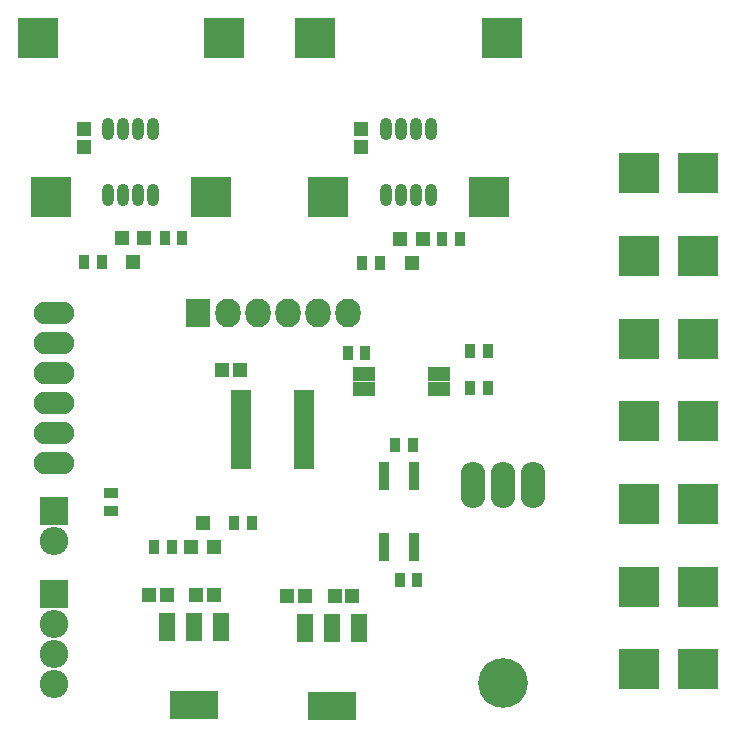
<source format=gts>
G04 #@! TF.FileFunction,Soldermask,Top*
%FSLAX46Y46*%
G04 Gerber Fmt 4.6, Leading zero omitted, Abs format (unit mm)*
G04 Created by KiCad (PCBNEW 4.0.5) date 02/23/17 22:12:15*
%MOMM*%
%LPD*%
G01*
G04 APERTURE LIST*
%ADD10C,0.100000*%
%ADD11R,1.200000X1.150000*%
%ADD12R,1.150000X1.200000*%
%ADD13R,3.400000X3.400000*%
%ADD14O,2.398980X2.398980*%
%ADD15R,2.398980X2.398980*%
%ADD16O,3.414980X1.906220*%
%ADD17R,2.127200X2.432000*%
%ADD18O,2.127200X2.432000*%
%ADD19R,1.200100X1.200100*%
%ADD20R,0.900000X1.300000*%
%ADD21R,1.300000X0.900000*%
%ADD22R,1.670000X0.806400*%
%ADD23R,1.850000X1.200000*%
%ADD24R,0.900000X2.400000*%
%ADD25O,2.099260X3.900120*%
%ADD26C,4.199840*%
%ADD27O,1.009600X1.873200*%
%ADD28R,4.057600X2.432000*%
%ADD29R,1.416000X2.432000*%
G04 APERTURE END LIST*
D10*
D11*
X138700000Y-93650000D03*
X137200000Y-93650000D03*
D12*
X125500000Y-73250000D03*
X125500000Y-74750000D03*
X149000000Y-73250000D03*
X149000000Y-74750000D03*
D11*
X135050000Y-112700000D03*
X136550000Y-112700000D03*
X146750000Y-112800000D03*
X148250000Y-112800000D03*
X132550000Y-112700000D03*
X131050000Y-112700000D03*
X144250000Y-112800000D03*
X142750000Y-112800000D03*
D13*
X172500000Y-119000000D03*
X177500000Y-119000000D03*
X172500000Y-112000000D03*
X177500000Y-112000000D03*
X172500000Y-77000000D03*
X177500000Y-77000000D03*
X172500000Y-84000000D03*
X177500000Y-84000000D03*
X172500000Y-91000000D03*
X177500000Y-91000000D03*
X137400000Y-65500000D03*
X121600000Y-65500000D03*
X122700000Y-79000000D03*
X136300000Y-79000000D03*
X160900000Y-65500000D03*
X145100000Y-65500000D03*
X146200000Y-79000000D03*
X159800000Y-79000000D03*
D14*
X123000000Y-108140000D03*
D15*
X123000000Y-105600000D03*
D16*
X123000000Y-101550000D03*
X123000000Y-99010000D03*
X123000000Y-96470000D03*
X123000000Y-93930000D03*
X123000000Y-91390000D03*
X123000000Y-88850000D03*
D17*
X135200000Y-88800000D03*
D18*
X137740000Y-88800000D03*
X140280000Y-88800000D03*
X142820000Y-88800000D03*
X145360000Y-88800000D03*
X147900000Y-88800000D03*
D14*
X123000000Y-120220000D03*
D15*
X123000000Y-112600000D03*
D14*
X123000000Y-115140000D03*
X123000000Y-117680000D03*
D19*
X154219048Y-82574240D03*
X152319048Y-82574240D03*
X153269048Y-84573220D03*
X130650000Y-82499240D03*
X128750000Y-82499240D03*
X129700000Y-84498220D03*
X134620952Y-108625760D03*
X136520952Y-108625760D03*
X135570952Y-106626780D03*
D20*
X159750000Y-95200000D03*
X158250000Y-95200000D03*
X158250000Y-92000000D03*
X159750000Y-92000000D03*
X153750000Y-111400000D03*
X152250000Y-111400000D03*
X153350000Y-100000000D03*
X151850000Y-100000000D03*
X149350000Y-92200000D03*
X147850000Y-92200000D03*
D21*
X127800000Y-104050000D03*
X127800000Y-105550000D03*
D20*
X138250000Y-106600000D03*
X139750000Y-106600000D03*
X127050000Y-84500000D03*
X125550000Y-84500000D03*
X150550000Y-84600000D03*
X149050000Y-84600000D03*
X155850000Y-82600000D03*
X157350000Y-82600000D03*
X132350000Y-82500000D03*
X133850000Y-82500000D03*
X132950000Y-108600000D03*
X131450000Y-108600000D03*
D13*
X172500000Y-105000000D03*
X177500000Y-105000000D03*
X172500000Y-98000000D03*
X177500000Y-98000000D03*
D22*
X138783000Y-95729000D03*
X138783000Y-96364000D03*
X138783000Y-97024400D03*
X138783000Y-97684800D03*
X138783000Y-98319800D03*
X138783000Y-98980200D03*
X138783000Y-99640600D03*
X138783000Y-100275600D03*
X138783000Y-100936000D03*
X138783000Y-101571000D03*
X144117000Y-101571000D03*
X144117000Y-100936000D03*
X144117000Y-100275600D03*
X144117000Y-99640600D03*
X144117000Y-98980200D03*
X144117000Y-98319800D03*
X144117000Y-97684800D03*
X144117000Y-97024400D03*
X144117000Y-96364000D03*
X144117000Y-95729000D03*
D23*
X155575000Y-95235000D03*
X155575000Y-93965000D03*
X149225000Y-93965000D03*
X149225000Y-95235000D03*
D24*
X153450000Y-102600000D03*
X150910000Y-102600000D03*
X150910000Y-108600000D03*
X153450000Y-108600000D03*
D25*
X161000000Y-103400000D03*
X163540000Y-103400000D03*
X158460000Y-103400000D03*
D26*
X161000000Y-120164000D03*
D27*
X131405000Y-73206000D03*
X130135000Y-73206000D03*
X128865000Y-73206000D03*
X127595000Y-73206000D03*
X127595000Y-78794000D03*
X128865000Y-78794000D03*
X130135000Y-78794000D03*
X131405000Y-78794000D03*
X154905000Y-73206000D03*
X153635000Y-73206000D03*
X152365000Y-73206000D03*
X151095000Y-73206000D03*
X151095000Y-78794000D03*
X152365000Y-78794000D03*
X153635000Y-78794000D03*
X154905000Y-78794000D03*
D28*
X134800000Y-122002000D03*
D29*
X134800000Y-115398000D03*
X132514000Y-115398000D03*
X137086000Y-115398000D03*
D28*
X146500000Y-122102000D03*
D29*
X146500000Y-115498000D03*
X144214000Y-115498000D03*
X148786000Y-115498000D03*
M02*

</source>
